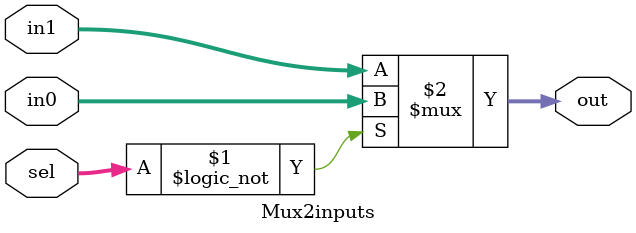
<source format=v>
module Mux2inputs(in0,in1,sel,out);
input [15:0] in0;
input [15:0] in1;
input [1:0] sel;
output [15:0] out;

assign out = 
sel==00?in0:in1;
endmodule

</source>
